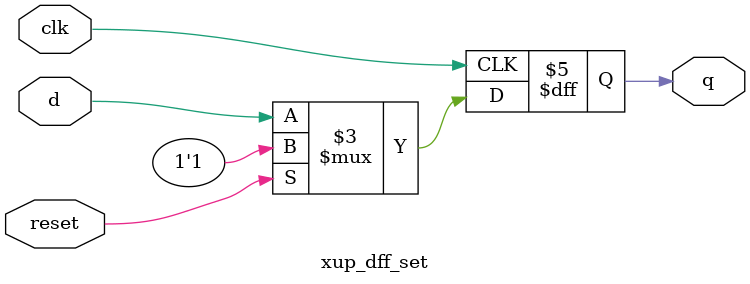
<source format=v>
`timescale 1ns / 1ps
module xup_dff_set #(parameter DELAY = 3)(
    input d,
    input clk, 
    input  reset,
    output q
    );
    reg q;
    
    always @(posedge clk)
    begin 
        if(reset)
            q<= #DELAY 1;
        else  
            q<= #DELAY d;            
    end
    
endmodule

</source>
